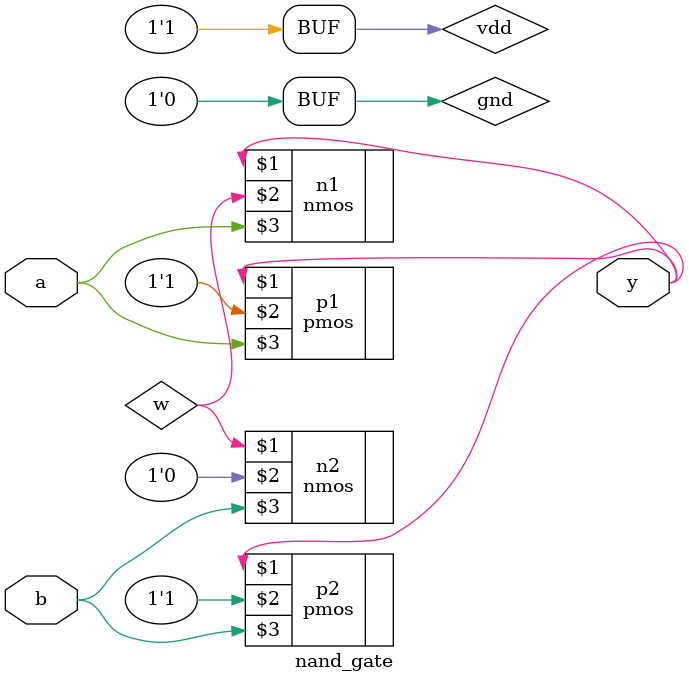
<source format=v>
`timescale 1ns / 1ps
module nand_gate(input a, b, output y);

  supply1 vdd;
  supply0 gnd;
   wire w;

  pmos p1(y, vdd, a);
  pmos p2(y, vdd, b);
  nmos n1(y, w, a);
  nmos n2(w, gnd, b);

endmodule




</source>
